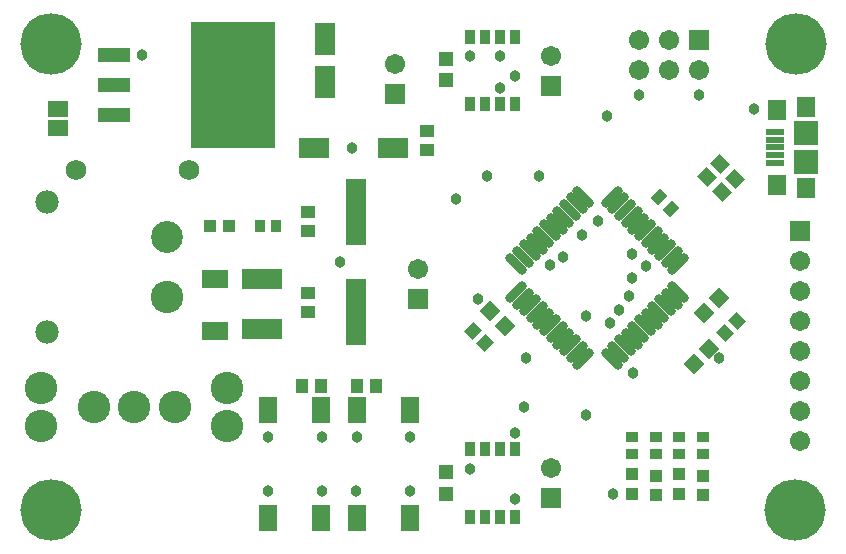
<source format=gts>
G04*
G04 #@! TF.GenerationSoftware,Altium Limited,Altium Designer,19.0.12 (326)*
G04*
G04 Layer_Color=8388736*
%FSLAX25Y25*%
%MOIN*%
G70*
G01*
G75*
%ADD20R,0.09068X0.06312*%
%ADD21R,0.13398X0.06706*%
%ADD22R,0.06115X0.02375*%
%ADD23R,0.06312X0.07099*%
%ADD24R,0.05918X0.06509*%
%ADD25R,0.08280X0.08280*%
%ADD26R,0.06902X0.05721*%
%ADD27R,0.27965X0.41942*%
%ADD28R,0.10839X0.04934*%
%ADD29R,0.07099X0.11036*%
%ADD30R,0.03792X0.05131*%
%ADD31R,0.05131X0.05131*%
%ADD32R,0.04737X0.04343*%
G04:AMPARAMS|DCode=33|XSize=43.43mil|YSize=35.56mil|CornerRadius=0mil|HoleSize=0mil|Usage=FLASHONLY|Rotation=225.000|XOffset=0mil|YOffset=0mil|HoleType=Round|Shape=Rectangle|*
%AMROTATEDRECTD33*
4,1,4,0.00278,0.02793,0.02793,0.00278,-0.00278,-0.02793,-0.02793,-0.00278,0.00278,0.02793,0.0*
%
%ADD33ROTATEDRECTD33*%

G04:AMPARAMS|DCode=34|XSize=47.37mil|YSize=43.43mil|CornerRadius=0mil|HoleSize=0mil|Usage=FLASHONLY|Rotation=135.000|XOffset=0mil|YOffset=0mil|HoleType=Round|Shape=Rectangle|*
%AMROTATEDRECTD34*
4,1,4,0.03210,-0.00139,0.00139,-0.03210,-0.03210,0.00139,-0.00139,0.03210,0.03210,-0.00139,0.0*
%
%ADD34ROTATEDRECTD34*%

G04:AMPARAMS|DCode=35|XSize=43.43mil|YSize=39.5mil|CornerRadius=0mil|HoleSize=0mil|Usage=FLASHONLY|Rotation=315.000|XOffset=0mil|YOffset=0mil|HoleType=Round|Shape=Rectangle|*
%AMROTATEDRECTD35*
4,1,4,-0.02932,0.00139,-0.00139,0.02932,0.02932,-0.00139,0.00139,-0.02932,-0.02932,0.00139,0.0*
%
%ADD35ROTATEDRECTD35*%

%ADD36P,0.07256X4X180.0*%
%ADD37P,0.07256X4X90.0*%
G04:AMPARAMS|DCode=38|XSize=43.43mil|YSize=39.5mil|CornerRadius=0mil|HoleSize=0mil|Usage=FLASHONLY|Rotation=225.000|XOffset=0mil|YOffset=0mil|HoleType=Round|Shape=Rectangle|*
%AMROTATEDRECTD38*
4,1,4,0.00139,0.02932,0.02932,0.00139,-0.00139,-0.02932,-0.02932,-0.00139,0.00139,0.02932,0.0*
%
%ADD38ROTATEDRECTD38*%

%ADD39R,0.04343X0.04737*%
%ADD40R,0.03556X0.04343*%
%ADD41R,0.03950X0.03950*%
%ADD42R,0.03950X0.03950*%
%ADD43R,0.06300X0.09100*%
%ADD44R,0.04343X0.03556*%
%ADD45R,0.03937X0.03937*%
%ADD46R,0.06706X0.22453*%
%ADD47R,0.09855X0.06706*%
G04:AMPARAMS|DCode=48|XSize=31.62mil|YSize=88.71mil|CornerRadius=0mil|HoleSize=0mil|Usage=FLASHONLY|Rotation=225.000|XOffset=0mil|YOffset=0mil|HoleType=Round|Shape=Round|*
%AMOVALD48*
21,1,0.05709,0.03162,0.00000,0.00000,315.0*
1,1,0.03162,-0.02018,0.02018*
1,1,0.03162,0.02018,-0.02018*
%
%ADD48OVALD48*%

G04:AMPARAMS|DCode=49|XSize=31.62mil|YSize=88.71mil|CornerRadius=0mil|HoleSize=0mil|Usage=FLASHONLY|Rotation=315.000|XOffset=0mil|YOffset=0mil|HoleType=Round|Shape=Round|*
%AMOVALD49*
21,1,0.05709,0.03162,0.00000,0.00000,45.0*
1,1,0.03162,-0.02018,-0.02018*
1,1,0.03162,0.02018,0.02018*
%
%ADD49OVALD49*%

%ADD50C,0.10800*%
%ADD51C,0.10642*%
%ADD52C,0.07800*%
%ADD53C,0.20485*%
%ADD54R,0.06706X0.06706*%
%ADD55C,0.06706*%
%ADD56C,0.06902*%
%ADD57R,0.06706X0.06706*%
%ADD58C,0.03800*%
D20*
X67510Y72339D02*
D03*
Y89661D02*
D03*
D21*
X83010Y73232D02*
D03*
Y89768D02*
D03*
D22*
X253978Y128500D02*
D03*
Y131059D02*
D03*
Y133618D02*
D03*
Y136177D02*
D03*
Y138736D02*
D03*
D23*
X254864Y121019D02*
D03*
Y146216D02*
D03*
D24*
X264510Y120134D02*
D03*
Y147102D02*
D03*
D25*
Y128893D02*
D03*
Y138342D02*
D03*
D26*
X15010Y140063D02*
D03*
Y146559D02*
D03*
D27*
X73561Y154500D02*
D03*
D28*
X33797Y144500D02*
D03*
Y154500D02*
D03*
Y164500D02*
D03*
D29*
X104010Y169587D02*
D03*
Y155413D02*
D03*
D30*
X152510Y148130D02*
D03*
X157510D02*
D03*
X162510D02*
D03*
X167510D02*
D03*
X152510Y170571D02*
D03*
X157510D02*
D03*
X162510D02*
D03*
X167510D02*
D03*
X152510Y10500D02*
D03*
X157510D02*
D03*
X162510D02*
D03*
X167510D02*
D03*
X152510Y32941D02*
D03*
X157510D02*
D03*
X162510D02*
D03*
X167510D02*
D03*
D31*
X144510Y163043D02*
D03*
Y155957D02*
D03*
Y25264D02*
D03*
Y18177D02*
D03*
D32*
X138010Y139150D02*
D03*
Y132850D02*
D03*
X98510Y85150D02*
D03*
Y78850D02*
D03*
Y112131D02*
D03*
Y105832D02*
D03*
D33*
X219459Y113051D02*
D03*
X215561Y116949D02*
D03*
D34*
X231283Y123773D02*
D03*
X235737Y128227D02*
D03*
X236283Y118773D02*
D03*
X240737Y123227D02*
D03*
D35*
X241459Y75753D02*
D03*
X237561Y71856D02*
D03*
D36*
X230504Y78495D02*
D03*
X235515Y83505D02*
D03*
X232015Y66505D02*
D03*
X227005Y61494D02*
D03*
D37*
X159004Y79005D02*
D03*
X164015Y73994D02*
D03*
D38*
X157459Y68551D02*
D03*
X153561Y72449D02*
D03*
D39*
X121160Y54000D02*
D03*
X114860D02*
D03*
X96561D02*
D03*
X102860D02*
D03*
D40*
X82327Y107500D02*
D03*
X87839D02*
D03*
D41*
X230010Y17857D02*
D03*
Y24157D02*
D03*
X214343Y17857D02*
D03*
Y24157D02*
D03*
D42*
X65738Y107500D02*
D03*
X72038D02*
D03*
D43*
X114660Y45953D02*
D03*
Y10053D02*
D03*
X132360Y45953D02*
D03*
Y10053D02*
D03*
X102860Y10207D02*
D03*
Y46107D02*
D03*
X85160Y10207D02*
D03*
Y46107D02*
D03*
D44*
X230010Y37000D02*
D03*
Y31488D02*
D03*
X222177Y31488D02*
D03*
Y37000D02*
D03*
X214343Y37000D02*
D03*
Y31488D02*
D03*
X206510Y31488D02*
D03*
Y37000D02*
D03*
D45*
X222177Y24835D02*
D03*
Y18142D02*
D03*
X206510Y24835D02*
D03*
Y18142D02*
D03*
D46*
X114510Y78768D02*
D03*
Y112232D02*
D03*
D47*
X100321Y133500D02*
D03*
X126699D02*
D03*
D48*
X221918Y85408D02*
D03*
X219691Y83181D02*
D03*
X217464Y80954D02*
D03*
X215237Y78727D02*
D03*
X213010Y76500D02*
D03*
X210783Y74273D02*
D03*
X208556Y72046D02*
D03*
X206329Y69819D02*
D03*
X204102Y67592D02*
D03*
X201874Y65364D02*
D03*
X199647Y63137D02*
D03*
X167911Y94874D02*
D03*
X170138Y97101D02*
D03*
X172365Y99328D02*
D03*
X174592Y101555D02*
D03*
X176820Y103782D02*
D03*
X179047Y106009D02*
D03*
X181274Y108236D02*
D03*
X183501Y110463D02*
D03*
X185728Y112690D02*
D03*
X187955Y114918D02*
D03*
X190182Y117145D02*
D03*
D49*
Y63137D02*
D03*
X187955Y65364D02*
D03*
X185728Y67592D02*
D03*
X183501Y69819D02*
D03*
X181274Y72046D02*
D03*
X179047Y74273D02*
D03*
X176820Y76500D02*
D03*
X174592Y78727D02*
D03*
X172365Y80954D02*
D03*
X170138Y83181D02*
D03*
X167911Y85408D02*
D03*
X199647Y117145D02*
D03*
X201874Y114918D02*
D03*
X204102Y112690D02*
D03*
X206329Y110463D02*
D03*
X208556Y108236D02*
D03*
X210783Y106009D02*
D03*
X213010Y103782D02*
D03*
X215237Y101555D02*
D03*
X217464Y99328D02*
D03*
X219691Y97101D02*
D03*
X221918Y94874D02*
D03*
D50*
X40510Y47000D02*
D03*
X27010D02*
D03*
X54010D02*
D03*
X9510Y40750D02*
D03*
Y53250D02*
D03*
X71510Y40750D02*
D03*
Y53250D02*
D03*
X51510Y83733D02*
D03*
D51*
Y103733D02*
D03*
D52*
X11510Y72079D02*
D03*
Y115386D02*
D03*
D53*
X260943Y168236D02*
D03*
X12715D02*
D03*
Y12724D02*
D03*
X260746D02*
D03*
D54*
X127510Y151500D02*
D03*
X179510Y16721D02*
D03*
Y154000D02*
D03*
X135010Y82941D02*
D03*
X262510Y105648D02*
D03*
D55*
X127510Y161500D02*
D03*
X179510Y26720D02*
D03*
Y164000D02*
D03*
X228642Y159303D02*
D03*
X218642Y169303D02*
D03*
Y159303D02*
D03*
X208642Y169303D02*
D03*
Y159303D02*
D03*
X135010Y92941D02*
D03*
X262510Y95648D02*
D03*
Y85648D02*
D03*
Y75648D02*
D03*
Y65648D02*
D03*
Y55648D02*
D03*
Y45648D02*
D03*
Y35648D02*
D03*
D56*
X21230Y126000D02*
D03*
X58789D02*
D03*
D57*
X228642Y169303D02*
D03*
D58*
X247010Y146500D02*
D03*
X228642Y151000D02*
D03*
X109010Y95500D02*
D03*
X147708Y116281D02*
D03*
X206282Y98000D02*
D03*
X206904Y58500D02*
D03*
X235510Y63500D02*
D03*
X189596Y104500D02*
D03*
X199010Y75000D02*
D03*
X113010Y133500D02*
D03*
X43010Y164500D02*
D03*
X205510Y84000D02*
D03*
X206510Y90000D02*
D03*
X211010Y94000D02*
D03*
X132510Y19000D02*
D03*
Y37000D02*
D03*
X85010D02*
D03*
Y19000D02*
D03*
X103010Y37000D02*
D03*
Y19000D02*
D03*
X114660Y37000D02*
D03*
X114510Y19000D02*
D03*
X158010Y124000D02*
D03*
X175510D02*
D03*
X170510Y47000D02*
D03*
X191010Y44374D02*
D03*
X198010Y144000D02*
D03*
X208642Y151000D02*
D03*
X202010Y79500D02*
D03*
X179010Y94500D02*
D03*
X191010Y77500D02*
D03*
X162510Y164209D02*
D03*
X183501Y97101D02*
D03*
X167510Y157500D02*
D03*
X195010Y109000D02*
D03*
X167510Y16500D02*
D03*
Y38500D02*
D03*
X171010Y63500D02*
D03*
X162510Y153500D02*
D03*
X152510Y164000D02*
D03*
X155010Y82941D02*
D03*
X200010Y17941D02*
D03*
X152510Y26500D02*
D03*
M02*

</source>
